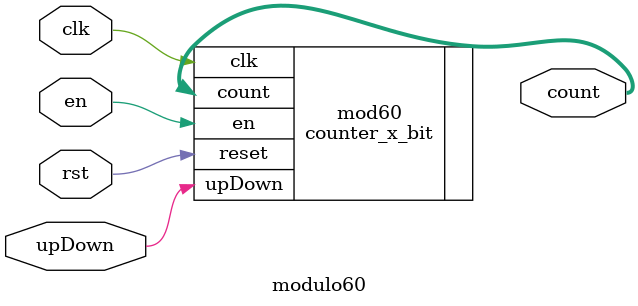
<source format=v>
`timescale 1ns / 1ps


module modulo60(input clk, rst, en,upDown,output [5:0] count);
//wire clk_out;
counter_x_bit  #(6,60) mod60 (.clk(clk), .reset(rst), .en(en),.upDown(upDown), .count(count));
//counter_x_bit  #(6,60) mod60 (.clk(clk_out), .reset(rst), .en(en), .count(count));
endmodule

</source>
